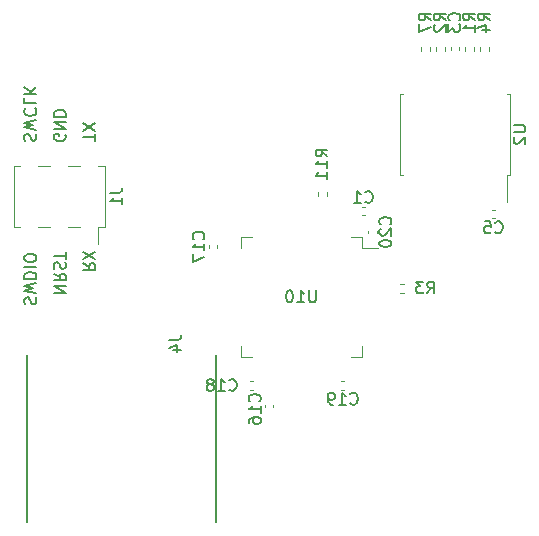
<source format=gbr>
%TF.GenerationSoftware,KiCad,Pcbnew,(6.0.1)*%
%TF.CreationDate,2022-02-28T23:17:01+05:30*%
%TF.ProjectId,ProIMU_V1,50726f49-4d55-45f5-9631-2e6b69636164,rev?*%
%TF.SameCoordinates,Original*%
%TF.FileFunction,Legend,Bot*%
%TF.FilePolarity,Positive*%
%FSLAX46Y46*%
G04 Gerber Fmt 4.6, Leading zero omitted, Abs format (unit mm)*
G04 Created by KiCad (PCBNEW (6.0.1)) date 2022-02-28 23:17:01*
%MOMM*%
%LPD*%
G01*
G04 APERTURE LIST*
%ADD10C,0.150000*%
%ADD11C,0.120000*%
%ADD12C,0.127000*%
G04 APERTURE END LIST*
D10*
X125095238Y-91761904D02*
X125047619Y-91619047D01*
X125047619Y-91380952D01*
X125095238Y-91285714D01*
X125142857Y-91238095D01*
X125238095Y-91190476D01*
X125333333Y-91190476D01*
X125428571Y-91238095D01*
X125476190Y-91285714D01*
X125523809Y-91380952D01*
X125571428Y-91571428D01*
X125619047Y-91666666D01*
X125666666Y-91714285D01*
X125761904Y-91761904D01*
X125857142Y-91761904D01*
X125952380Y-91714285D01*
X126000000Y-91666666D01*
X126047619Y-91571428D01*
X126047619Y-91333333D01*
X126000000Y-91190476D01*
X126047619Y-90857142D02*
X125047619Y-90619047D01*
X125761904Y-90428571D01*
X125047619Y-90238095D01*
X126047619Y-90000000D01*
X125142857Y-89047619D02*
X125095238Y-89095238D01*
X125047619Y-89238095D01*
X125047619Y-89333333D01*
X125095238Y-89476190D01*
X125190476Y-89571428D01*
X125285714Y-89619047D01*
X125476190Y-89666666D01*
X125619047Y-89666666D01*
X125809523Y-89619047D01*
X125904761Y-89571428D01*
X126000000Y-89476190D01*
X126047619Y-89333333D01*
X126047619Y-89238095D01*
X126000000Y-89095238D01*
X125952380Y-89047619D01*
X125047619Y-88142857D02*
X125047619Y-88619047D01*
X126047619Y-88619047D01*
X125047619Y-87809523D02*
X126047619Y-87809523D01*
X125047619Y-87238095D02*
X125619047Y-87666666D01*
X126047619Y-87238095D02*
X125476190Y-87809523D01*
X130047619Y-102166666D02*
X130523809Y-102500000D01*
X130047619Y-102738095D02*
X131047619Y-102738095D01*
X131047619Y-102357142D01*
X131000000Y-102261904D01*
X130952380Y-102214285D01*
X130857142Y-102166666D01*
X130714285Y-102166666D01*
X130619047Y-102214285D01*
X130571428Y-102261904D01*
X130523809Y-102357142D01*
X130523809Y-102738095D01*
X131047619Y-101833333D02*
X130047619Y-101166666D01*
X131047619Y-101166666D02*
X130047619Y-101833333D01*
X127547619Y-104642857D02*
X128547619Y-104642857D01*
X127547619Y-104071428D01*
X128547619Y-104071428D01*
X127547619Y-103023809D02*
X128023809Y-103357142D01*
X127547619Y-103595238D02*
X128547619Y-103595238D01*
X128547619Y-103214285D01*
X128500000Y-103119047D01*
X128452380Y-103071428D01*
X128357142Y-103023809D01*
X128214285Y-103023809D01*
X128119047Y-103071428D01*
X128071428Y-103119047D01*
X128023809Y-103214285D01*
X128023809Y-103595238D01*
X127595238Y-102642857D02*
X127547619Y-102500000D01*
X127547619Y-102261904D01*
X127595238Y-102166666D01*
X127642857Y-102119047D01*
X127738095Y-102071428D01*
X127833333Y-102071428D01*
X127928571Y-102119047D01*
X127976190Y-102166666D01*
X128023809Y-102261904D01*
X128071428Y-102452380D01*
X128119047Y-102547619D01*
X128166666Y-102595238D01*
X128261904Y-102642857D01*
X128357142Y-102642857D01*
X128452380Y-102595238D01*
X128500000Y-102547619D01*
X128547619Y-102452380D01*
X128547619Y-102214285D01*
X128500000Y-102071428D01*
X128547619Y-101785714D02*
X128547619Y-101214285D01*
X127547619Y-101500000D02*
X128547619Y-101500000D01*
X128500000Y-91261904D02*
X128547619Y-91357142D01*
X128547619Y-91500000D01*
X128500000Y-91642857D01*
X128404761Y-91738095D01*
X128309523Y-91785714D01*
X128119047Y-91833333D01*
X127976190Y-91833333D01*
X127785714Y-91785714D01*
X127690476Y-91738095D01*
X127595238Y-91642857D01*
X127547619Y-91500000D01*
X127547619Y-91404761D01*
X127595238Y-91261904D01*
X127642857Y-91214285D01*
X127976190Y-91214285D01*
X127976190Y-91404761D01*
X127547619Y-90785714D02*
X128547619Y-90785714D01*
X127547619Y-90214285D01*
X128547619Y-90214285D01*
X127547619Y-89738095D02*
X128547619Y-89738095D01*
X128547619Y-89500000D01*
X128500000Y-89357142D01*
X128404761Y-89261904D01*
X128309523Y-89214285D01*
X128119047Y-89166666D01*
X127976190Y-89166666D01*
X127785714Y-89214285D01*
X127690476Y-89261904D01*
X127595238Y-89357142D01*
X127547619Y-89500000D01*
X127547619Y-89738095D01*
X131047619Y-91761904D02*
X131047619Y-91190476D01*
X130047619Y-91476190D02*
X131047619Y-91476190D01*
X131047619Y-90952380D02*
X130047619Y-90285714D01*
X131047619Y-90285714D02*
X130047619Y-90952380D01*
X125095238Y-105619047D02*
X125047619Y-105476190D01*
X125047619Y-105238095D01*
X125095238Y-105142857D01*
X125142857Y-105095238D01*
X125238095Y-105047619D01*
X125333333Y-105047619D01*
X125428571Y-105095238D01*
X125476190Y-105142857D01*
X125523809Y-105238095D01*
X125571428Y-105428571D01*
X125619047Y-105523809D01*
X125666666Y-105571428D01*
X125761904Y-105619047D01*
X125857142Y-105619047D01*
X125952380Y-105571428D01*
X126000000Y-105523809D01*
X126047619Y-105428571D01*
X126047619Y-105190476D01*
X126000000Y-105047619D01*
X126047619Y-104714285D02*
X125047619Y-104476190D01*
X125761904Y-104285714D01*
X125047619Y-104095238D01*
X126047619Y-103857142D01*
X125047619Y-103476190D02*
X126047619Y-103476190D01*
X126047619Y-103238095D01*
X126000000Y-103095238D01*
X125904761Y-103000000D01*
X125809523Y-102952380D01*
X125619047Y-102904761D01*
X125476190Y-102904761D01*
X125285714Y-102952380D01*
X125190476Y-103000000D01*
X125095238Y-103095238D01*
X125047619Y-103238095D01*
X125047619Y-103476190D01*
X125047619Y-102476190D02*
X126047619Y-102476190D01*
X126047619Y-101809523D02*
X126047619Y-101619047D01*
X126000000Y-101523809D01*
X125904761Y-101428571D01*
X125714285Y-101380952D01*
X125380952Y-101380952D01*
X125190476Y-101428571D01*
X125095238Y-101523809D01*
X125047619Y-101619047D01*
X125047619Y-101809523D01*
X125095238Y-101904761D01*
X125190476Y-102000000D01*
X125380952Y-102047619D01*
X125714285Y-102047619D01*
X125904761Y-102000000D01*
X126000000Y-101904761D01*
X126047619Y-101809523D01*
%TO.C,C1*%
X153916666Y-96947142D02*
X153964285Y-96994761D01*
X154107142Y-97042380D01*
X154202380Y-97042380D01*
X154345238Y-96994761D01*
X154440476Y-96899523D01*
X154488095Y-96804285D01*
X154535714Y-96613809D01*
X154535714Y-96470952D01*
X154488095Y-96280476D01*
X154440476Y-96185238D01*
X154345238Y-96090000D01*
X154202380Y-96042380D01*
X154107142Y-96042380D01*
X153964285Y-96090000D01*
X153916666Y-96137619D01*
X152964285Y-97042380D02*
X153535714Y-97042380D01*
X153250000Y-97042380D02*
X153250000Y-96042380D01*
X153345238Y-96185238D01*
X153440476Y-96280476D01*
X153535714Y-96328095D01*
%TO.C,C20*%
X156017142Y-98857142D02*
X156064761Y-98809523D01*
X156112380Y-98666666D01*
X156112380Y-98571428D01*
X156064761Y-98428571D01*
X155969523Y-98333333D01*
X155874285Y-98285714D01*
X155683809Y-98238095D01*
X155540952Y-98238095D01*
X155350476Y-98285714D01*
X155255238Y-98333333D01*
X155160000Y-98428571D01*
X155112380Y-98571428D01*
X155112380Y-98666666D01*
X155160000Y-98809523D01*
X155207619Y-98857142D01*
X155207619Y-99238095D02*
X155160000Y-99285714D01*
X155112380Y-99380952D01*
X155112380Y-99619047D01*
X155160000Y-99714285D01*
X155207619Y-99761904D01*
X155302857Y-99809523D01*
X155398095Y-99809523D01*
X155540952Y-99761904D01*
X156112380Y-99190476D01*
X156112380Y-99809523D01*
X155112380Y-100428571D02*
X155112380Y-100523809D01*
X155160000Y-100619047D01*
X155207619Y-100666666D01*
X155302857Y-100714285D01*
X155493333Y-100761904D01*
X155731428Y-100761904D01*
X155921904Y-100714285D01*
X156017142Y-100666666D01*
X156064761Y-100619047D01*
X156112380Y-100523809D01*
X156112380Y-100428571D01*
X156064761Y-100333333D01*
X156017142Y-100285714D01*
X155921904Y-100238095D01*
X155731428Y-100190476D01*
X155493333Y-100190476D01*
X155302857Y-100238095D01*
X155207619Y-100285714D01*
X155160000Y-100333333D01*
X155112380Y-100428571D01*
%TO.C,C5*%
X164916666Y-99517142D02*
X164964285Y-99564761D01*
X165107142Y-99612380D01*
X165202380Y-99612380D01*
X165345238Y-99564761D01*
X165440476Y-99469523D01*
X165488095Y-99374285D01*
X165535714Y-99183809D01*
X165535714Y-99040952D01*
X165488095Y-98850476D01*
X165440476Y-98755238D01*
X165345238Y-98660000D01*
X165202380Y-98612380D01*
X165107142Y-98612380D01*
X164964285Y-98660000D01*
X164916666Y-98707619D01*
X164011904Y-98612380D02*
X164488095Y-98612380D01*
X164535714Y-99088571D01*
X164488095Y-99040952D01*
X164392857Y-98993333D01*
X164154761Y-98993333D01*
X164059523Y-99040952D01*
X164011904Y-99088571D01*
X163964285Y-99183809D01*
X163964285Y-99421904D01*
X164011904Y-99517142D01*
X164059523Y-99564761D01*
X164154761Y-99612380D01*
X164392857Y-99612380D01*
X164488095Y-99564761D01*
X164535714Y-99517142D01*
%TO.C,C17*%
X140197142Y-100107142D02*
X140244761Y-100059523D01*
X140292380Y-99916666D01*
X140292380Y-99821428D01*
X140244761Y-99678571D01*
X140149523Y-99583333D01*
X140054285Y-99535714D01*
X139863809Y-99488095D01*
X139720952Y-99488095D01*
X139530476Y-99535714D01*
X139435238Y-99583333D01*
X139340000Y-99678571D01*
X139292380Y-99821428D01*
X139292380Y-99916666D01*
X139340000Y-100059523D01*
X139387619Y-100107142D01*
X140292380Y-101059523D02*
X140292380Y-100488095D01*
X140292380Y-100773809D02*
X139292380Y-100773809D01*
X139435238Y-100678571D01*
X139530476Y-100583333D01*
X139578095Y-100488095D01*
X139292380Y-101392857D02*
X139292380Y-102059523D01*
X140292380Y-101630952D01*
%TO.C,C16*%
X144947142Y-113857142D02*
X144994761Y-113809523D01*
X145042380Y-113666666D01*
X145042380Y-113571428D01*
X144994761Y-113428571D01*
X144899523Y-113333333D01*
X144804285Y-113285714D01*
X144613809Y-113238095D01*
X144470952Y-113238095D01*
X144280476Y-113285714D01*
X144185238Y-113333333D01*
X144090000Y-113428571D01*
X144042380Y-113571428D01*
X144042380Y-113666666D01*
X144090000Y-113809523D01*
X144137619Y-113857142D01*
X145042380Y-114809523D02*
X145042380Y-114238095D01*
X145042380Y-114523809D02*
X144042380Y-114523809D01*
X144185238Y-114428571D01*
X144280476Y-114333333D01*
X144328095Y-114238095D01*
X144042380Y-115666666D02*
X144042380Y-115476190D01*
X144090000Y-115380952D01*
X144137619Y-115333333D01*
X144280476Y-115238095D01*
X144470952Y-115190476D01*
X144851904Y-115190476D01*
X144947142Y-115238095D01*
X144994761Y-115285714D01*
X145042380Y-115380952D01*
X145042380Y-115571428D01*
X144994761Y-115666666D01*
X144947142Y-115714285D01*
X144851904Y-115761904D01*
X144613809Y-115761904D01*
X144518571Y-115714285D01*
X144470952Y-115666666D01*
X144423333Y-115571428D01*
X144423333Y-115380952D01*
X144470952Y-115285714D01*
X144518571Y-115238095D01*
X144613809Y-115190476D01*
%TO.C,R2*%
X160702380Y-81583333D02*
X160226190Y-81250000D01*
X160702380Y-81011904D02*
X159702380Y-81011904D01*
X159702380Y-81392857D01*
X159750000Y-81488095D01*
X159797619Y-81535714D01*
X159892857Y-81583333D01*
X160035714Y-81583333D01*
X160130952Y-81535714D01*
X160178571Y-81488095D01*
X160226190Y-81392857D01*
X160226190Y-81011904D01*
X159797619Y-81964285D02*
X159750000Y-82011904D01*
X159702380Y-82107142D01*
X159702380Y-82345238D01*
X159750000Y-82440476D01*
X159797619Y-82488095D01*
X159892857Y-82535714D01*
X159988095Y-82535714D01*
X160130952Y-82488095D01*
X160702380Y-81916666D01*
X160702380Y-82535714D01*
%TO.C,R11*%
X150702380Y-93107142D02*
X150226190Y-92773809D01*
X150702380Y-92535714D02*
X149702380Y-92535714D01*
X149702380Y-92916666D01*
X149750000Y-93011904D01*
X149797619Y-93059523D01*
X149892857Y-93107142D01*
X150035714Y-93107142D01*
X150130952Y-93059523D01*
X150178571Y-93011904D01*
X150226190Y-92916666D01*
X150226190Y-92535714D01*
X150702380Y-94059523D02*
X150702380Y-93488095D01*
X150702380Y-93773809D02*
X149702380Y-93773809D01*
X149845238Y-93678571D01*
X149940476Y-93583333D01*
X149988095Y-93488095D01*
X150702380Y-95011904D02*
X150702380Y-94440476D01*
X150702380Y-94726190D02*
X149702380Y-94726190D01*
X149845238Y-94630952D01*
X149940476Y-94535714D01*
X149988095Y-94440476D01*
%TO.C,C19*%
X152642857Y-114017142D02*
X152690476Y-114064761D01*
X152833333Y-114112380D01*
X152928571Y-114112380D01*
X153071428Y-114064761D01*
X153166666Y-113969523D01*
X153214285Y-113874285D01*
X153261904Y-113683809D01*
X153261904Y-113540952D01*
X153214285Y-113350476D01*
X153166666Y-113255238D01*
X153071428Y-113160000D01*
X152928571Y-113112380D01*
X152833333Y-113112380D01*
X152690476Y-113160000D01*
X152642857Y-113207619D01*
X151690476Y-114112380D02*
X152261904Y-114112380D01*
X151976190Y-114112380D02*
X151976190Y-113112380D01*
X152071428Y-113255238D01*
X152166666Y-113350476D01*
X152261904Y-113398095D01*
X151214285Y-114112380D02*
X151023809Y-114112380D01*
X150928571Y-114064761D01*
X150880952Y-114017142D01*
X150785714Y-113874285D01*
X150738095Y-113683809D01*
X150738095Y-113302857D01*
X150785714Y-113207619D01*
X150833333Y-113160000D01*
X150928571Y-113112380D01*
X151119047Y-113112380D01*
X151214285Y-113160000D01*
X151261904Y-113207619D01*
X151309523Y-113302857D01*
X151309523Y-113540952D01*
X151261904Y-113636190D01*
X151214285Y-113683809D01*
X151119047Y-113731428D01*
X150928571Y-113731428D01*
X150833333Y-113683809D01*
X150785714Y-113636190D01*
X150738095Y-113540952D01*
%TO.C,J4*%
X137332797Y-108620538D02*
X138048033Y-108620538D01*
X138191080Y-108572855D01*
X138286445Y-108477490D01*
X138334128Y-108334443D01*
X138334128Y-108239078D01*
X137666574Y-109526504D02*
X138334128Y-109526504D01*
X137285114Y-109288092D02*
X138000351Y-109049679D01*
X138000351Y-109669551D01*
%TO.C,J1*%
X132322380Y-96166666D02*
X133036666Y-96166666D01*
X133179523Y-96119047D01*
X133274761Y-96023809D01*
X133322380Y-95880952D01*
X133322380Y-95785714D01*
X133322380Y-97166666D02*
X133322380Y-96595238D01*
X133322380Y-96880952D02*
X132322380Y-96880952D01*
X132465238Y-96785714D01*
X132560476Y-96690476D01*
X132608095Y-96595238D01*
%TO.C,R1*%
X163202380Y-81583333D02*
X162726190Y-81250000D01*
X163202380Y-81011904D02*
X162202380Y-81011904D01*
X162202380Y-81392857D01*
X162250000Y-81488095D01*
X162297619Y-81535714D01*
X162392857Y-81583333D01*
X162535714Y-81583333D01*
X162630952Y-81535714D01*
X162678571Y-81488095D01*
X162726190Y-81392857D01*
X162726190Y-81011904D01*
X163202380Y-82535714D02*
X163202380Y-81964285D01*
X163202380Y-82250000D02*
X162202380Y-82250000D01*
X162345238Y-82154761D01*
X162440476Y-82059523D01*
X162488095Y-81964285D01*
%TO.C,R4*%
X164452380Y-81583333D02*
X163976190Y-81250000D01*
X164452380Y-81011904D02*
X163452380Y-81011904D01*
X163452380Y-81392857D01*
X163500000Y-81488095D01*
X163547619Y-81535714D01*
X163642857Y-81583333D01*
X163785714Y-81583333D01*
X163880952Y-81535714D01*
X163928571Y-81488095D01*
X163976190Y-81392857D01*
X163976190Y-81011904D01*
X163785714Y-82440476D02*
X164452380Y-82440476D01*
X163404761Y-82202380D02*
X164119047Y-81964285D01*
X164119047Y-82583333D01*
%TO.C,R7*%
X159452380Y-81583333D02*
X158976190Y-81250000D01*
X159452380Y-81011904D02*
X158452380Y-81011904D01*
X158452380Y-81392857D01*
X158500000Y-81488095D01*
X158547619Y-81535714D01*
X158642857Y-81583333D01*
X158785714Y-81583333D01*
X158880952Y-81535714D01*
X158928571Y-81488095D01*
X158976190Y-81392857D01*
X158976190Y-81011904D01*
X158452380Y-81916666D02*
X158452380Y-82583333D01*
X159452380Y-82154761D01*
%TO.C,R3*%
X159166666Y-104702380D02*
X159500000Y-104226190D01*
X159738095Y-104702380D02*
X159738095Y-103702380D01*
X159357142Y-103702380D01*
X159261904Y-103750000D01*
X159214285Y-103797619D01*
X159166666Y-103892857D01*
X159166666Y-104035714D01*
X159214285Y-104130952D01*
X159261904Y-104178571D01*
X159357142Y-104226190D01*
X159738095Y-104226190D01*
X158833333Y-103702380D02*
X158214285Y-103702380D01*
X158547619Y-104083333D01*
X158404761Y-104083333D01*
X158309523Y-104130952D01*
X158261904Y-104178571D01*
X158214285Y-104273809D01*
X158214285Y-104511904D01*
X158261904Y-104607142D01*
X158309523Y-104654761D01*
X158404761Y-104702380D01*
X158690476Y-104702380D01*
X158785714Y-104654761D01*
X158833333Y-104607142D01*
%TO.C,C3*%
X161857142Y-81583333D02*
X161904761Y-81535714D01*
X161952380Y-81392857D01*
X161952380Y-81297619D01*
X161904761Y-81154761D01*
X161809523Y-81059523D01*
X161714285Y-81011904D01*
X161523809Y-80964285D01*
X161380952Y-80964285D01*
X161190476Y-81011904D01*
X161095238Y-81059523D01*
X161000000Y-81154761D01*
X160952380Y-81297619D01*
X160952380Y-81392857D01*
X161000000Y-81535714D01*
X161047619Y-81583333D01*
X160952380Y-81916666D02*
X160952380Y-82535714D01*
X161333333Y-82202380D01*
X161333333Y-82345238D01*
X161380952Y-82440476D01*
X161428571Y-82488095D01*
X161523809Y-82535714D01*
X161761904Y-82535714D01*
X161857142Y-82488095D01*
X161904761Y-82440476D01*
X161952380Y-82345238D01*
X161952380Y-82059523D01*
X161904761Y-81964285D01*
X161857142Y-81916666D01*
%TO.C,U10*%
X149738095Y-104452380D02*
X149738095Y-105261904D01*
X149690476Y-105357142D01*
X149642857Y-105404761D01*
X149547619Y-105452380D01*
X149357142Y-105452380D01*
X149261904Y-105404761D01*
X149214285Y-105357142D01*
X149166666Y-105261904D01*
X149166666Y-104452380D01*
X148166666Y-105452380D02*
X148738095Y-105452380D01*
X148452380Y-105452380D02*
X148452380Y-104452380D01*
X148547619Y-104595238D01*
X148642857Y-104690476D01*
X148738095Y-104738095D01*
X147547619Y-104452380D02*
X147452380Y-104452380D01*
X147357142Y-104500000D01*
X147309523Y-104547619D01*
X147261904Y-104642857D01*
X147214285Y-104833333D01*
X147214285Y-105071428D01*
X147261904Y-105261904D01*
X147309523Y-105357142D01*
X147357142Y-105404761D01*
X147452380Y-105452380D01*
X147547619Y-105452380D01*
X147642857Y-105404761D01*
X147690476Y-105357142D01*
X147738095Y-105261904D01*
X147785714Y-105071428D01*
X147785714Y-104833333D01*
X147738095Y-104642857D01*
X147690476Y-104547619D01*
X147642857Y-104500000D01*
X147547619Y-104452380D01*
%TO.C,C18*%
X142392857Y-112857142D02*
X142440476Y-112904761D01*
X142583333Y-112952380D01*
X142678571Y-112952380D01*
X142821428Y-112904761D01*
X142916666Y-112809523D01*
X142964285Y-112714285D01*
X143011904Y-112523809D01*
X143011904Y-112380952D01*
X142964285Y-112190476D01*
X142916666Y-112095238D01*
X142821428Y-112000000D01*
X142678571Y-111952380D01*
X142583333Y-111952380D01*
X142440476Y-112000000D01*
X142392857Y-112047619D01*
X141440476Y-112952380D02*
X142011904Y-112952380D01*
X141726190Y-112952380D02*
X141726190Y-111952380D01*
X141821428Y-112095238D01*
X141916666Y-112190476D01*
X142011904Y-112238095D01*
X140869047Y-112380952D02*
X140964285Y-112333333D01*
X141011904Y-112285714D01*
X141059523Y-112190476D01*
X141059523Y-112142857D01*
X141011904Y-112047619D01*
X140964285Y-112000000D01*
X140869047Y-111952380D01*
X140678571Y-111952380D01*
X140583333Y-112000000D01*
X140535714Y-112047619D01*
X140488095Y-112142857D01*
X140488095Y-112190476D01*
X140535714Y-112285714D01*
X140583333Y-112333333D01*
X140678571Y-112380952D01*
X140869047Y-112380952D01*
X140964285Y-112428571D01*
X141011904Y-112476190D01*
X141059523Y-112571428D01*
X141059523Y-112761904D01*
X141011904Y-112857142D01*
X140964285Y-112904761D01*
X140869047Y-112952380D01*
X140678571Y-112952380D01*
X140583333Y-112904761D01*
X140535714Y-112857142D01*
X140488095Y-112761904D01*
X140488095Y-112571428D01*
X140535714Y-112476190D01*
X140583333Y-112428571D01*
X140678571Y-112380952D01*
%TO.C,U2*%
X166472380Y-90488095D02*
X167281904Y-90488095D01*
X167377142Y-90535714D01*
X167424761Y-90583333D01*
X167472380Y-90678571D01*
X167472380Y-90869047D01*
X167424761Y-90964285D01*
X167377142Y-91011904D01*
X167281904Y-91059523D01*
X166472380Y-91059523D01*
X166567619Y-91488095D02*
X166520000Y-91535714D01*
X166472380Y-91630952D01*
X166472380Y-91869047D01*
X166520000Y-91964285D01*
X166567619Y-92011904D01*
X166662857Y-92059523D01*
X166758095Y-92059523D01*
X166900952Y-92011904D01*
X167472380Y-91440476D01*
X167472380Y-92059523D01*
D11*
%TO.C,C1*%
X153865835Y-98110000D02*
X153634165Y-98110000D01*
X153865835Y-97390000D02*
X153634165Y-97390000D01*
%TO.C,C20*%
X154860000Y-99615835D02*
X154860000Y-99384165D01*
X154140000Y-99615835D02*
X154140000Y-99384165D01*
%TO.C,C5*%
X164634165Y-98360000D02*
X164865835Y-98360000D01*
X164634165Y-97640000D02*
X164865835Y-97640000D01*
%TO.C,C17*%
X141360000Y-100634165D02*
X141360000Y-100865835D01*
X140640000Y-100634165D02*
X140640000Y-100865835D01*
%TO.C,C16*%
X145390000Y-114134165D02*
X145390000Y-114365835D01*
X146110000Y-114134165D02*
X146110000Y-114365835D01*
%TO.C,R2*%
X160630000Y-83832379D02*
X160630000Y-84167621D01*
X159870000Y-83832379D02*
X159870000Y-84167621D01*
%TO.C,R11*%
X150630000Y-96082379D02*
X150630000Y-96417621D01*
X149870000Y-96082379D02*
X149870000Y-96417621D01*
%TO.C,C19*%
X151884165Y-112140000D02*
X152115835Y-112140000D01*
X151884165Y-112860000D02*
X152115835Y-112860000D01*
D12*
%TO.C,J4*%
X125250000Y-109900000D02*
X125250000Y-124100000D01*
X141250000Y-109900000D02*
X141250000Y-124100000D01*
D11*
%TO.C,J1*%
X127240000Y-93900000D02*
X126220000Y-93900000D01*
X131300000Y-100540000D02*
X131300000Y-99100000D01*
X131870000Y-93900000D02*
X131300000Y-93900000D01*
X129780000Y-93900000D02*
X128760000Y-93900000D01*
X129780000Y-99100000D02*
X128760000Y-99100000D01*
X124130000Y-99100000D02*
X124130000Y-93900000D01*
X131870000Y-99100000D02*
X131870000Y-93900000D01*
X124700000Y-99100000D02*
X124130000Y-99100000D01*
X124700000Y-93900000D02*
X124130000Y-93900000D01*
X127240000Y-99100000D02*
X126220000Y-99100000D01*
X131870000Y-99100000D02*
X131300000Y-99100000D01*
%TO.C,R1*%
X163130000Y-84167621D02*
X163130000Y-83832379D01*
X162370000Y-84167621D02*
X162370000Y-83832379D01*
%TO.C,R4*%
X163620000Y-83832379D02*
X163620000Y-84167621D01*
X164380000Y-83832379D02*
X164380000Y-84167621D01*
%TO.C,R7*%
X158620000Y-83832379D02*
X158620000Y-84167621D01*
X159380000Y-83832379D02*
X159380000Y-84167621D01*
%TO.C,R3*%
X156832379Y-103870000D02*
X157167621Y-103870000D01*
X156832379Y-104630000D02*
X157167621Y-104630000D01*
%TO.C,C3*%
X161140000Y-84115835D02*
X161140000Y-83884165D01*
X161860000Y-84115835D02*
X161860000Y-83884165D01*
%TO.C,U10*%
X153610000Y-110110000D02*
X153610000Y-109160000D01*
X143390000Y-110110000D02*
X143390000Y-109160000D01*
X153610000Y-100840000D02*
X154950000Y-100840000D01*
X144340000Y-99890000D02*
X143390000Y-99890000D01*
X153610000Y-99890000D02*
X153610000Y-100840000D01*
X144340000Y-110110000D02*
X143390000Y-110110000D01*
X152660000Y-110110000D02*
X153610000Y-110110000D01*
X152660000Y-99890000D02*
X153610000Y-99890000D01*
X143390000Y-99890000D02*
X143390000Y-100840000D01*
%TO.C,C18*%
X144134165Y-112860000D02*
X144365835Y-112860000D01*
X144134165Y-112140000D02*
X144365835Y-112140000D01*
%TO.C,U2*%
X156815000Y-91250000D02*
X156815000Y-87830000D01*
X166185000Y-87830000D02*
X165895000Y-87830000D01*
X165895000Y-94670000D02*
X165895000Y-96950000D01*
X166185000Y-91250000D02*
X166185000Y-94670000D01*
X166185000Y-94670000D02*
X165895000Y-94670000D01*
X156815000Y-94670000D02*
X157105000Y-94670000D01*
X156815000Y-87830000D02*
X157105000Y-87830000D01*
X166185000Y-91250000D02*
X166185000Y-87830000D01*
X156815000Y-91250000D02*
X156815000Y-94670000D01*
%TD*%
M02*

</source>
